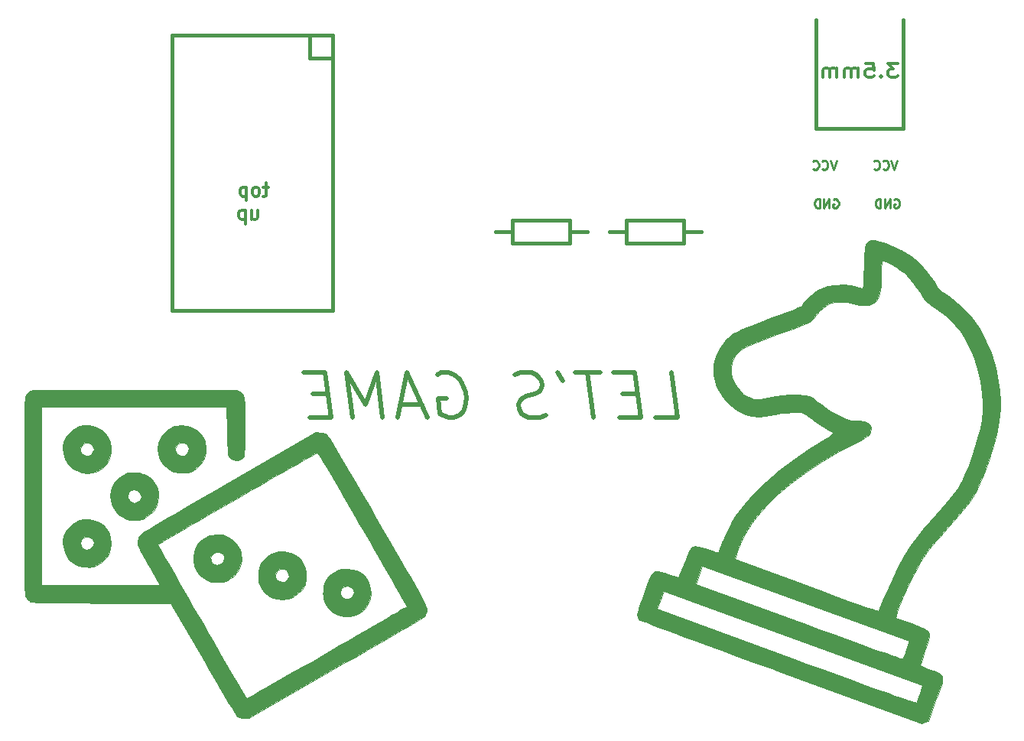
<source format=gbr>
G04 #@! TF.GenerationSoftware,KiCad,Pcbnew,(5.1.4)-1*
G04 #@! TF.CreationDate,2020-12-29T20:37:27-06:00*
G04 #@! TF.ProjectId,lets_split,6c657473-5f73-4706-9c69-742e6b696361,rev?*
G04 #@! TF.SameCoordinates,Original*
G04 #@! TF.FileFunction,Legend,Bot*
G04 #@! TF.FilePolarity,Positive*
%FSLAX46Y46*%
G04 Gerber Fmt 4.6, Leading zero omitted, Abs format (unit mm)*
G04 Created by KiCad (PCBNEW (5.1.4)-1) date 2020-12-29 20:37:27*
%MOMM*%
%LPD*%
G04 APERTURE LIST*
%ADD10C,0.500000*%
%ADD11C,0.300000*%
%ADD12C,0.250000*%
%ADD13C,0.010000*%
%ADD14C,0.381000*%
%ADD15C,0.304800*%
%ADD16C,0.457200*%
G04 APERTURE END LIST*
D10*
X109086755Y-76937904D02*
X111467708Y-76937904D01*
X110842708Y-71937904D01*
X107092708Y-74318857D02*
X105426041Y-74318857D01*
X105039136Y-76937904D02*
X107420089Y-76937904D01*
X106795089Y-71937904D01*
X104414136Y-71937904D01*
X102985565Y-71937904D02*
X100128422Y-71937904D01*
X102181994Y-76937904D02*
X101556994Y-71937904D01*
X98223660Y-71937904D02*
X98818898Y-72890285D01*
X96914136Y-76699809D02*
X96229613Y-76937904D01*
X95039136Y-76937904D01*
X94533184Y-76699809D01*
X94265327Y-76461714D01*
X93967708Y-75985523D01*
X93908184Y-75509333D01*
X94086755Y-75033142D01*
X94295089Y-74795047D01*
X94741517Y-74556952D01*
X95664136Y-74318857D01*
X96110565Y-74080761D01*
X96318898Y-73842666D01*
X96497470Y-73366476D01*
X96437946Y-72890285D01*
X96140327Y-72414095D01*
X95872470Y-72176000D01*
X95366517Y-71937904D01*
X94176041Y-71937904D01*
X93491517Y-72176000D01*
X84920089Y-72176000D02*
X85366517Y-71937904D01*
X86080803Y-71937904D01*
X86824851Y-72176000D01*
X87360565Y-72652190D01*
X87658184Y-73128380D01*
X88015327Y-74080761D01*
X88104613Y-74795047D01*
X87985565Y-75747428D01*
X87806994Y-76223619D01*
X87390327Y-76699809D01*
X86705803Y-76937904D01*
X86229613Y-76937904D01*
X85485565Y-76699809D01*
X85217708Y-76461714D01*
X85009375Y-74795047D01*
X85961755Y-74795047D01*
X83193898Y-75509333D02*
X80812946Y-75509333D01*
X83848660Y-76937904D02*
X81556994Y-71937904D01*
X80515327Y-76937904D01*
X78848660Y-76937904D02*
X78223660Y-71937904D01*
X77003422Y-75509333D01*
X74890327Y-71937904D01*
X75515327Y-76937904D01*
X72806994Y-74318857D02*
X71140327Y-74318857D01*
X70753422Y-76937904D02*
X73134375Y-76937904D01*
X72509375Y-71937904D01*
X70128422Y-71937904D01*
D11*
X66214285Y-51403571D02*
X65642857Y-51403571D01*
X66000000Y-50903571D02*
X66000000Y-52189285D01*
X65928571Y-52332142D01*
X65785714Y-52403571D01*
X65642857Y-52403571D01*
X64928571Y-52403571D02*
X65071428Y-52332142D01*
X65142857Y-52260714D01*
X65214285Y-52117857D01*
X65214285Y-51689285D01*
X65142857Y-51546428D01*
X65071428Y-51475000D01*
X64928571Y-51403571D01*
X64714285Y-51403571D01*
X64571428Y-51475000D01*
X64500000Y-51546428D01*
X64428571Y-51689285D01*
X64428571Y-52117857D01*
X64500000Y-52260714D01*
X64571428Y-52332142D01*
X64714285Y-52403571D01*
X64928571Y-52403571D01*
X63785714Y-51403571D02*
X63785714Y-52903571D01*
X63785714Y-51475000D02*
X63642857Y-51403571D01*
X63357142Y-51403571D01*
X63214285Y-51475000D01*
X63142857Y-51546428D01*
X63071428Y-51689285D01*
X63071428Y-52117857D01*
X63142857Y-52260714D01*
X63214285Y-52332142D01*
X63357142Y-52403571D01*
X63642857Y-52403571D01*
X63785714Y-52332142D01*
X64357142Y-53953571D02*
X64357142Y-54953571D01*
X65000000Y-53953571D02*
X65000000Y-54739285D01*
X64928571Y-54882142D01*
X64785714Y-54953571D01*
X64571428Y-54953571D01*
X64428571Y-54882142D01*
X64357142Y-54810714D01*
X63642857Y-53953571D02*
X63642857Y-55453571D01*
X63642857Y-54025000D02*
X63500000Y-53953571D01*
X63214285Y-53953571D01*
X63071428Y-54025000D01*
X63000000Y-54096428D01*
X62928571Y-54239285D01*
X62928571Y-54667857D01*
X63000000Y-54810714D01*
X63071428Y-54882142D01*
X63214285Y-54953571D01*
X63500000Y-54953571D01*
X63642857Y-54882142D01*
D12*
X128761904Y-52750000D02*
X128857142Y-52702380D01*
X129000000Y-52702380D01*
X129142857Y-52750000D01*
X129238095Y-52845238D01*
X129285714Y-52940476D01*
X129333333Y-53130952D01*
X129333333Y-53273809D01*
X129285714Y-53464285D01*
X129238095Y-53559523D01*
X129142857Y-53654761D01*
X129000000Y-53702380D01*
X128904761Y-53702380D01*
X128761904Y-53654761D01*
X128714285Y-53607142D01*
X128714285Y-53273809D01*
X128904761Y-53273809D01*
X128285714Y-53702380D02*
X128285714Y-52702380D01*
X127714285Y-53702380D01*
X127714285Y-52702380D01*
X127238095Y-53702380D02*
X127238095Y-52702380D01*
X127000000Y-52702380D01*
X126857142Y-52750000D01*
X126761904Y-52845238D01*
X126714285Y-52940476D01*
X126666666Y-53130952D01*
X126666666Y-53273809D01*
X126714285Y-53464285D01*
X126761904Y-53559523D01*
X126857142Y-53654761D01*
X127000000Y-53702380D01*
X127238095Y-53702380D01*
X129083333Y-48452380D02*
X128750000Y-49452380D01*
X128416666Y-48452380D01*
X127511904Y-49357142D02*
X127559523Y-49404761D01*
X127702380Y-49452380D01*
X127797619Y-49452380D01*
X127940476Y-49404761D01*
X128035714Y-49309523D01*
X128083333Y-49214285D01*
X128130952Y-49023809D01*
X128130952Y-48880952D01*
X128083333Y-48690476D01*
X128035714Y-48595238D01*
X127940476Y-48500000D01*
X127797619Y-48452380D01*
X127702380Y-48452380D01*
X127559523Y-48500000D01*
X127511904Y-48547619D01*
X126511904Y-49357142D02*
X126559523Y-49404761D01*
X126702380Y-49452380D01*
X126797619Y-49452380D01*
X126940476Y-49404761D01*
X127035714Y-49309523D01*
X127083333Y-49214285D01*
X127130952Y-49023809D01*
X127130952Y-48880952D01*
X127083333Y-48690476D01*
X127035714Y-48595238D01*
X126940476Y-48500000D01*
X126797619Y-48452380D01*
X126702380Y-48452380D01*
X126559523Y-48500000D01*
X126511904Y-48547619D01*
X135833333Y-48452380D02*
X135500000Y-49452380D01*
X135166666Y-48452380D01*
X134261904Y-49357142D02*
X134309523Y-49404761D01*
X134452380Y-49452380D01*
X134547619Y-49452380D01*
X134690476Y-49404761D01*
X134785714Y-49309523D01*
X134833333Y-49214285D01*
X134880952Y-49023809D01*
X134880952Y-48880952D01*
X134833333Y-48690476D01*
X134785714Y-48595238D01*
X134690476Y-48500000D01*
X134547619Y-48452380D01*
X134452380Y-48452380D01*
X134309523Y-48500000D01*
X134261904Y-48547619D01*
X133261904Y-49357142D02*
X133309523Y-49404761D01*
X133452380Y-49452380D01*
X133547619Y-49452380D01*
X133690476Y-49404761D01*
X133785714Y-49309523D01*
X133833333Y-49214285D01*
X133880952Y-49023809D01*
X133880952Y-48880952D01*
X133833333Y-48690476D01*
X133785714Y-48595238D01*
X133690476Y-48500000D01*
X133547619Y-48452380D01*
X133452380Y-48452380D01*
X133309523Y-48500000D01*
X133261904Y-48547619D01*
X135511904Y-52750000D02*
X135607142Y-52702380D01*
X135750000Y-52702380D01*
X135892857Y-52750000D01*
X135988095Y-52845238D01*
X136035714Y-52940476D01*
X136083333Y-53130952D01*
X136083333Y-53273809D01*
X136035714Y-53464285D01*
X135988095Y-53559523D01*
X135892857Y-53654761D01*
X135750000Y-53702380D01*
X135654761Y-53702380D01*
X135511904Y-53654761D01*
X135464285Y-53607142D01*
X135464285Y-53273809D01*
X135654761Y-53273809D01*
X135035714Y-53702380D02*
X135035714Y-52702380D01*
X134464285Y-53702380D01*
X134464285Y-52702380D01*
X133988095Y-53702380D02*
X133988095Y-52702380D01*
X133750000Y-52702380D01*
X133607142Y-52750000D01*
X133511904Y-52845238D01*
X133464285Y-52940476D01*
X133416666Y-53130952D01*
X133416666Y-53273809D01*
X133464285Y-53464285D01*
X133511904Y-53559523D01*
X133607142Y-53654761D01*
X133750000Y-53702380D01*
X133988095Y-53702380D01*
D13*
G36*
X133847653Y-57413131D02*
G01*
X133323494Y-57303909D01*
X132921449Y-57299710D01*
X132624666Y-57399833D01*
X132416295Y-57603575D01*
X132308022Y-57823621D01*
X132270669Y-58019700D01*
X132233264Y-58383619D01*
X132198182Y-58880029D01*
X132167800Y-59473587D01*
X132144495Y-60128943D01*
X132139177Y-60334941D01*
X132120982Y-60981319D01*
X132099024Y-61557202D01*
X132074933Y-62032284D01*
X132050335Y-62376258D01*
X132026860Y-62558817D01*
X132018618Y-62579524D01*
X131888598Y-62582938D01*
X131646254Y-62524170D01*
X131548738Y-62491469D01*
X130751507Y-62288617D01*
X129861795Y-62202276D01*
X128948831Y-62231178D01*
X128081843Y-62374054D01*
X127476550Y-62566029D01*
X127114942Y-62751669D01*
X126703157Y-63022893D01*
X126285208Y-63343314D01*
X125905100Y-63676544D01*
X125606844Y-63986195D01*
X125434450Y-64235881D01*
X125422828Y-64264077D01*
X125299477Y-64496012D01*
X125241667Y-64572542D01*
X125121207Y-64637979D01*
X124831984Y-64762770D01*
X124396653Y-64938095D01*
X123837874Y-65155136D01*
X123178305Y-65405072D01*
X122440603Y-65679086D01*
X121763767Y-65926254D01*
X120726434Y-66305886D01*
X119861228Y-66632567D01*
X119147238Y-66916792D01*
X118563552Y-67169060D01*
X118089257Y-67399869D01*
X117703442Y-67619717D01*
X117385195Y-67839103D01*
X117113605Y-68068523D01*
X116867758Y-68318475D01*
X116763357Y-68436499D01*
X116150321Y-69284166D01*
X115735490Y-70175544D01*
X115518207Y-71112567D01*
X115497819Y-72097172D01*
X115502986Y-72159423D01*
X115620621Y-72872149D01*
X115854960Y-73538090D01*
X116229471Y-74214605D01*
X116509993Y-74620568D01*
X117204290Y-75418270D01*
X117992017Y-76050257D01*
X118855369Y-76502667D01*
X118995487Y-76556068D01*
X119731136Y-76761751D01*
X120455868Y-76827456D01*
X121235600Y-76756003D01*
X121664125Y-76670312D01*
X122254510Y-76551747D01*
X122907519Y-76447864D01*
X123568000Y-76364925D01*
X124180790Y-76309192D01*
X124690736Y-76286926D01*
X124966604Y-76295424D01*
X125181119Y-76322006D01*
X125368288Y-76374363D01*
X125569455Y-76475257D01*
X125825958Y-76647446D01*
X126179141Y-76913689D01*
X126396490Y-77082625D01*
X126853972Y-77425365D01*
X127335455Y-77762490D01*
X127774526Y-78048595D01*
X128027874Y-78197927D01*
X128358498Y-78385864D01*
X128613002Y-78543869D01*
X128743507Y-78641943D01*
X128749767Y-78650225D01*
X128686002Y-78730776D01*
X128478267Y-78886430D01*
X128160269Y-79093703D01*
X127821221Y-79297124D01*
X126031782Y-80394896D01*
X124344993Y-81551889D01*
X122775923Y-82754716D01*
X121339638Y-83989991D01*
X120051202Y-85244332D01*
X118925682Y-86504353D01*
X117978145Y-87756667D01*
X117544283Y-88427472D01*
X117330892Y-88811076D01*
X117074351Y-89321069D01*
X116805109Y-89894433D01*
X116553617Y-90468155D01*
X116524237Y-90538464D01*
X115958702Y-91900372D01*
X114804213Y-91507601D01*
X114198934Y-91313176D01*
X113748438Y-91199005D01*
X113422350Y-91161645D01*
X113190289Y-91197655D01*
X113021877Y-91303595D01*
X113019929Y-91305459D01*
X112940085Y-91438453D01*
X112802075Y-91726808D01*
X112621101Y-92136392D01*
X112412364Y-92633075D01*
X112248862Y-93036871D01*
X111609076Y-94642057D01*
X110502301Y-94266724D01*
X110037459Y-94118688D01*
X109622564Y-94004031D01*
X109306973Y-93935336D01*
X109152842Y-93922590D01*
X108994494Y-93958759D01*
X108853374Y-94038035D01*
X108717297Y-94182529D01*
X108574084Y-94414354D01*
X108411551Y-94755620D01*
X108217516Y-95228441D01*
X107979798Y-95854926D01*
X107763608Y-96444169D01*
X107496956Y-97184156D01*
X107297790Y-97760812D01*
X107160554Y-98200423D01*
X107079697Y-98529277D01*
X107049660Y-98773660D01*
X107064892Y-98959859D01*
X107119835Y-99114164D01*
X107177959Y-99215719D01*
X107232665Y-99253497D01*
X107370524Y-99320001D01*
X107598527Y-99417837D01*
X107923667Y-99549610D01*
X108352934Y-99717923D01*
X108893320Y-99925382D01*
X109551817Y-100174591D01*
X110335416Y-100468156D01*
X111251108Y-100808681D01*
X112305886Y-101198771D01*
X113506740Y-101641029D01*
X114860661Y-102138062D01*
X116374643Y-102692474D01*
X118055675Y-103306869D01*
X119910751Y-103983854D01*
X121946860Y-104726031D01*
X122914347Y-105078446D01*
X138541583Y-110769734D01*
X138893323Y-110636816D01*
X139245060Y-110503899D01*
X139974496Y-108499791D01*
X138195356Y-107852237D01*
X138067564Y-108191497D01*
X137971853Y-108411620D01*
X137941447Y-108462225D01*
X137901589Y-108467518D01*
X137803982Y-108449842D01*
X137640382Y-108406265D01*
X137402542Y-108333848D01*
X137082219Y-108229660D01*
X136671166Y-108090765D01*
X136161139Y-107914231D01*
X135543892Y-107697120D01*
X134811183Y-107436501D01*
X133954764Y-107129438D01*
X132966391Y-106772998D01*
X131837818Y-106364245D01*
X130560801Y-105900246D01*
X129127096Y-105378066D01*
X127528456Y-104794770D01*
X125756636Y-104147425D01*
X123803392Y-103433096D01*
X123555503Y-103342401D01*
X109264379Y-98113475D01*
X109994113Y-96108547D01*
X138635944Y-106533321D01*
X138336105Y-107443221D01*
X138195356Y-107852237D01*
X139974496Y-108499791D01*
X140079251Y-108211978D01*
X140340547Y-107492846D01*
X140539117Y-106938926D01*
X140681779Y-106524502D01*
X140775348Y-106223855D01*
X140826641Y-106011267D01*
X140842471Y-105861023D01*
X140829658Y-105747402D01*
X140795014Y-105644689D01*
X140773286Y-105593233D01*
X140703576Y-105451099D01*
X140611153Y-105338003D01*
X140460333Y-105232459D01*
X140215429Y-105112989D01*
X139840755Y-104958110D01*
X139487291Y-104819127D01*
X138341452Y-104371846D01*
X138575409Y-103665759D01*
X136721136Y-102990859D01*
X136593328Y-103330139D01*
X136497595Y-103550285D01*
X136467177Y-103600901D01*
X136425462Y-103607752D01*
X136324912Y-103590756D01*
X136156304Y-103546650D01*
X135910416Y-103472170D01*
X135578025Y-103364054D01*
X135149909Y-103219035D01*
X134616845Y-103033852D01*
X133969611Y-102805240D01*
X133198986Y-102529937D01*
X132295746Y-102204678D01*
X131250669Y-101826200D01*
X130054532Y-101391238D01*
X128698114Y-100896532D01*
X127172192Y-100338813D01*
X125467544Y-99714822D01*
X124945416Y-99523555D01*
X113518532Y-95337041D01*
X114248266Y-93332113D01*
X137161731Y-101671932D01*
X136861892Y-102581833D01*
X136721136Y-102990859D01*
X138575409Y-103665759D01*
X138890445Y-102714970D01*
X139117628Y-102033970D01*
X139278924Y-101510108D01*
X139359061Y-101112969D01*
X139342768Y-100812142D01*
X139214774Y-100577213D01*
X138959809Y-100377768D01*
X138562601Y-100183393D01*
X138007878Y-99963677D01*
X137392059Y-99730831D01*
X135626093Y-99058717D01*
X135839305Y-98379477D01*
X135999002Y-97928001D01*
X136233139Y-97341329D01*
X136521738Y-96664194D01*
X136844820Y-95941330D01*
X137182408Y-95217471D01*
X137514522Y-94537352D01*
X137810965Y-93964677D01*
X138539739Y-92703691D01*
X139304768Y-91577627D01*
X140153770Y-90518536D01*
X140520375Y-90106308D01*
X141333594Y-89212155D01*
X142022720Y-88443789D01*
X142603378Y-87779452D01*
X143091191Y-87197386D01*
X143501785Y-86675830D01*
X143850782Y-86193029D01*
X144153806Y-85727221D01*
X144426480Y-85256650D01*
X144684428Y-84759556D01*
X144943275Y-84214181D01*
X145218644Y-83598767D01*
X145258655Y-83507492D01*
X145822224Y-82099778D01*
X144020843Y-81444129D01*
X143730620Y-82225000D01*
X143448336Y-82928386D01*
X143196626Y-83495650D01*
X143191857Y-83505627D01*
X142982083Y-83932456D01*
X142775176Y-84323029D01*
X142556243Y-84696613D01*
X142310388Y-85072476D01*
X142022718Y-85469884D01*
X141678338Y-85908104D01*
X141262354Y-86406403D01*
X140759872Y-86984047D01*
X140155997Y-87660305D01*
X139435835Y-88454443D01*
X138981540Y-88951990D01*
X138151237Y-89936042D01*
X137358590Y-91035636D01*
X136592364Y-92269671D01*
X135841321Y-93657043D01*
X135094230Y-95216649D01*
X134633852Y-96264861D01*
X134383006Y-96849701D01*
X134155427Y-97373199D01*
X133964301Y-97805587D01*
X133822819Y-98117098D01*
X133744168Y-98277964D01*
X133736401Y-98290460D01*
X133686482Y-98297338D01*
X133561248Y-98273425D01*
X133350315Y-98215082D01*
X133043296Y-98118669D01*
X132629807Y-97980548D01*
X132099461Y-97797078D01*
X131441873Y-97564622D01*
X130646659Y-97279539D01*
X129703432Y-96938191D01*
X128601808Y-96536938D01*
X127331399Y-96072141D01*
X125881823Y-95540163D01*
X125762426Y-95496291D01*
X117868157Y-92595357D01*
X118235902Y-91500683D01*
X118630997Y-90478018D01*
X119113055Y-89530631D01*
X119716777Y-88596149D01*
X120229707Y-87917105D01*
X121322569Y-86666318D01*
X122605481Y-85419749D01*
X124065373Y-84187138D01*
X125689171Y-82978223D01*
X127463800Y-81802741D01*
X129376186Y-80670431D01*
X131395326Y-79600020D01*
X131919930Y-79334047D01*
X132292121Y-79134392D01*
X132542527Y-78979138D01*
X132701778Y-78846364D01*
X132800500Y-78714153D01*
X132869324Y-78560584D01*
X132877046Y-78539630D01*
X132954377Y-78108581D01*
X132851444Y-77759073D01*
X132577783Y-77500075D01*
X132142929Y-77340556D01*
X131556416Y-77289484D01*
X131548043Y-77289571D01*
X130759148Y-77221716D01*
X129947343Y-76995429D01*
X129097132Y-76603735D01*
X128193020Y-76039662D01*
X127342664Y-75396892D01*
X126951178Y-75094518D01*
X126577482Y-74831690D01*
X126272368Y-74642848D01*
X126128574Y-74573756D01*
X125561624Y-74440171D01*
X124831578Y-74382723D01*
X123963409Y-74400593D01*
X122982083Y-74492960D01*
X121912573Y-74659003D01*
X121577076Y-74723296D01*
X121043216Y-74828006D01*
X120659735Y-74892396D01*
X120377928Y-74916810D01*
X120149085Y-74901592D01*
X119924499Y-74847087D01*
X119655458Y-74753638D01*
X119610701Y-74737183D01*
X119166548Y-74549445D01*
X118830753Y-74337036D01*
X118512022Y-74042548D01*
X118096115Y-73539655D01*
X117748815Y-72985224D01*
X117503166Y-72439293D01*
X117397866Y-72018094D01*
X117406558Y-71426194D01*
X117551576Y-70796186D01*
X117810363Y-70216637D01*
X117888168Y-70093007D01*
X118058052Y-69859237D01*
X118243720Y-69650596D01*
X118465195Y-69456803D01*
X118742500Y-69267573D01*
X119095656Y-69072627D01*
X119544687Y-68861680D01*
X120109615Y-68624453D01*
X120810463Y-68350660D01*
X121667253Y-68030022D01*
X122497895Y-67725780D01*
X123297427Y-67432075D01*
X124046106Y-67152154D01*
X124719952Y-66895355D01*
X125294980Y-66671017D01*
X125747205Y-66488479D01*
X126052645Y-66357080D01*
X126179405Y-66292258D01*
X126397425Y-66100300D01*
X126659194Y-65812102D01*
X126838045Y-65584011D01*
X127253184Y-65062418D01*
X127639830Y-64691879D01*
X128042353Y-64433759D01*
X128280446Y-64328098D01*
X128872105Y-64156048D01*
X129502102Y-64097258D01*
X130215076Y-64151337D01*
X130998800Y-64304255D01*
X131682476Y-64446443D01*
X132217425Y-64503198D01*
X132641875Y-64468702D01*
X132994053Y-64337129D01*
X133312187Y-64102662D01*
X133488939Y-63925095D01*
X133667375Y-63705812D01*
X133800859Y-63466366D01*
X133896195Y-63173255D01*
X133960191Y-62792977D01*
X133999653Y-62292032D01*
X134021389Y-61636916D01*
X134027298Y-61275346D01*
X134039518Y-60709189D01*
X134059360Y-60215580D01*
X134084676Y-59829690D01*
X134113315Y-59586688D01*
X134134629Y-59520071D01*
X134286757Y-59517327D01*
X134565814Y-59617104D01*
X134936915Y-59799017D01*
X135365176Y-60042678D01*
X135815710Y-60327703D01*
X136253633Y-60633704D01*
X136644059Y-60940296D01*
X136799978Y-61077645D01*
X137190758Y-61483465D01*
X137621846Y-62004356D01*
X138041994Y-62573983D01*
X138399956Y-63126013D01*
X138453641Y-63218062D01*
X138695118Y-63597222D01*
X138973084Y-63933744D01*
X139324537Y-64262720D01*
X139786473Y-64619241D01*
X140318225Y-64986629D01*
X141198054Y-65656149D01*
X142026620Y-66440595D01*
X142745905Y-67281731D01*
X143083473Y-67762222D01*
X143702420Y-68865005D01*
X144241756Y-70112315D01*
X144685555Y-71455719D01*
X145017895Y-72846784D01*
X145222849Y-74237074D01*
X145227297Y-74282802D01*
X145287995Y-75251551D01*
X145275308Y-76187819D01*
X145183385Y-77131595D01*
X145006374Y-78122867D01*
X144738424Y-79201623D01*
X144373684Y-80407848D01*
X144296370Y-80644408D01*
X144020843Y-81444129D01*
X145822224Y-82099778D01*
X145896745Y-81913637D01*
X146418855Y-80322814D01*
X146816613Y-78768035D01*
X147081650Y-77282310D01*
X147205594Y-75898654D01*
X147208416Y-75817880D01*
X147198260Y-74953018D01*
X147124081Y-73970610D01*
X146994316Y-72942949D01*
X146817403Y-71942329D01*
X146690080Y-71376687D01*
X146201566Y-69729945D01*
X145585410Y-68237220D01*
X144835638Y-66889776D01*
X143946272Y-65678881D01*
X142911339Y-64595801D01*
X141724863Y-63631803D01*
X141103465Y-63211176D01*
X140760342Y-62971831D01*
X140494445Y-62724578D01*
X140247971Y-62407416D01*
X140014788Y-62043472D01*
X139236822Y-60905435D01*
X138393650Y-59944585D01*
X137460046Y-59138882D01*
X136410793Y-58466284D01*
X135329713Y-57949451D01*
X134510775Y-57628078D01*
X133847653Y-57413131D01*
X133847653Y-57413131D01*
G37*
X133847653Y-57413131D02*
X133323494Y-57303909D01*
X132921449Y-57299710D01*
X132624666Y-57399833D01*
X132416295Y-57603575D01*
X132308022Y-57823621D01*
X132270669Y-58019700D01*
X132233264Y-58383619D01*
X132198182Y-58880029D01*
X132167800Y-59473587D01*
X132144495Y-60128943D01*
X132139177Y-60334941D01*
X132120982Y-60981319D01*
X132099024Y-61557202D01*
X132074933Y-62032284D01*
X132050335Y-62376258D01*
X132026860Y-62558817D01*
X132018618Y-62579524D01*
X131888598Y-62582938D01*
X131646254Y-62524170D01*
X131548738Y-62491469D01*
X130751507Y-62288617D01*
X129861795Y-62202276D01*
X128948831Y-62231178D01*
X128081843Y-62374054D01*
X127476550Y-62566029D01*
X127114942Y-62751669D01*
X126703157Y-63022893D01*
X126285208Y-63343314D01*
X125905100Y-63676544D01*
X125606844Y-63986195D01*
X125434450Y-64235881D01*
X125422828Y-64264077D01*
X125299477Y-64496012D01*
X125241667Y-64572542D01*
X125121207Y-64637979D01*
X124831984Y-64762770D01*
X124396653Y-64938095D01*
X123837874Y-65155136D01*
X123178305Y-65405072D01*
X122440603Y-65679086D01*
X121763767Y-65926254D01*
X120726434Y-66305886D01*
X119861228Y-66632567D01*
X119147238Y-66916792D01*
X118563552Y-67169060D01*
X118089257Y-67399869D01*
X117703442Y-67619717D01*
X117385195Y-67839103D01*
X117113605Y-68068523D01*
X116867758Y-68318475D01*
X116763357Y-68436499D01*
X116150321Y-69284166D01*
X115735490Y-70175544D01*
X115518207Y-71112567D01*
X115497819Y-72097172D01*
X115502986Y-72159423D01*
X115620621Y-72872149D01*
X115854960Y-73538090D01*
X116229471Y-74214605D01*
X116509993Y-74620568D01*
X117204290Y-75418270D01*
X117992017Y-76050257D01*
X118855369Y-76502667D01*
X118995487Y-76556068D01*
X119731136Y-76761751D01*
X120455868Y-76827456D01*
X121235600Y-76756003D01*
X121664125Y-76670312D01*
X122254510Y-76551747D01*
X122907519Y-76447864D01*
X123568000Y-76364925D01*
X124180790Y-76309192D01*
X124690736Y-76286926D01*
X124966604Y-76295424D01*
X125181119Y-76322006D01*
X125368288Y-76374363D01*
X125569455Y-76475257D01*
X125825958Y-76647446D01*
X126179141Y-76913689D01*
X126396490Y-77082625D01*
X126853972Y-77425365D01*
X127335455Y-77762490D01*
X127774526Y-78048595D01*
X128027874Y-78197927D01*
X128358498Y-78385864D01*
X128613002Y-78543869D01*
X128743507Y-78641943D01*
X128749767Y-78650225D01*
X128686002Y-78730776D01*
X128478267Y-78886430D01*
X128160269Y-79093703D01*
X127821221Y-79297124D01*
X126031782Y-80394896D01*
X124344993Y-81551889D01*
X122775923Y-82754716D01*
X121339638Y-83989991D01*
X120051202Y-85244332D01*
X118925682Y-86504353D01*
X117978145Y-87756667D01*
X117544283Y-88427472D01*
X117330892Y-88811076D01*
X117074351Y-89321069D01*
X116805109Y-89894433D01*
X116553617Y-90468155D01*
X116524237Y-90538464D01*
X115958702Y-91900372D01*
X114804213Y-91507601D01*
X114198934Y-91313176D01*
X113748438Y-91199005D01*
X113422350Y-91161645D01*
X113190289Y-91197655D01*
X113021877Y-91303595D01*
X113019929Y-91305459D01*
X112940085Y-91438453D01*
X112802075Y-91726808D01*
X112621101Y-92136392D01*
X112412364Y-92633075D01*
X112248862Y-93036871D01*
X111609076Y-94642057D01*
X110502301Y-94266724D01*
X110037459Y-94118688D01*
X109622564Y-94004031D01*
X109306973Y-93935336D01*
X109152842Y-93922590D01*
X108994494Y-93958759D01*
X108853374Y-94038035D01*
X108717297Y-94182529D01*
X108574084Y-94414354D01*
X108411551Y-94755620D01*
X108217516Y-95228441D01*
X107979798Y-95854926D01*
X107763608Y-96444169D01*
X107496956Y-97184156D01*
X107297790Y-97760812D01*
X107160554Y-98200423D01*
X107079697Y-98529277D01*
X107049660Y-98773660D01*
X107064892Y-98959859D01*
X107119835Y-99114164D01*
X107177959Y-99215719D01*
X107232665Y-99253497D01*
X107370524Y-99320001D01*
X107598527Y-99417837D01*
X107923667Y-99549610D01*
X108352934Y-99717923D01*
X108893320Y-99925382D01*
X109551817Y-100174591D01*
X110335416Y-100468156D01*
X111251108Y-100808681D01*
X112305886Y-101198771D01*
X113506740Y-101641029D01*
X114860661Y-102138062D01*
X116374643Y-102692474D01*
X118055675Y-103306869D01*
X119910751Y-103983854D01*
X121946860Y-104726031D01*
X122914347Y-105078446D01*
X138541583Y-110769734D01*
X138893323Y-110636816D01*
X139245060Y-110503899D01*
X139974496Y-108499791D01*
X138195356Y-107852237D01*
X138067564Y-108191497D01*
X137971853Y-108411620D01*
X137941447Y-108462225D01*
X137901589Y-108467518D01*
X137803982Y-108449842D01*
X137640382Y-108406265D01*
X137402542Y-108333848D01*
X137082219Y-108229660D01*
X136671166Y-108090765D01*
X136161139Y-107914231D01*
X135543892Y-107697120D01*
X134811183Y-107436501D01*
X133954764Y-107129438D01*
X132966391Y-106772998D01*
X131837818Y-106364245D01*
X130560801Y-105900246D01*
X129127096Y-105378066D01*
X127528456Y-104794770D01*
X125756636Y-104147425D01*
X123803392Y-103433096D01*
X123555503Y-103342401D01*
X109264379Y-98113475D01*
X109994113Y-96108547D01*
X138635944Y-106533321D01*
X138336105Y-107443221D01*
X138195356Y-107852237D01*
X139974496Y-108499791D01*
X140079251Y-108211978D01*
X140340547Y-107492846D01*
X140539117Y-106938926D01*
X140681779Y-106524502D01*
X140775348Y-106223855D01*
X140826641Y-106011267D01*
X140842471Y-105861023D01*
X140829658Y-105747402D01*
X140795014Y-105644689D01*
X140773286Y-105593233D01*
X140703576Y-105451099D01*
X140611153Y-105338003D01*
X140460333Y-105232459D01*
X140215429Y-105112989D01*
X139840755Y-104958110D01*
X139487291Y-104819127D01*
X138341452Y-104371846D01*
X138575409Y-103665759D01*
X136721136Y-102990859D01*
X136593328Y-103330139D01*
X136497595Y-103550285D01*
X136467177Y-103600901D01*
X136425462Y-103607752D01*
X136324912Y-103590756D01*
X136156304Y-103546650D01*
X135910416Y-103472170D01*
X135578025Y-103364054D01*
X135149909Y-103219035D01*
X134616845Y-103033852D01*
X133969611Y-102805240D01*
X133198986Y-102529937D01*
X132295746Y-102204678D01*
X131250669Y-101826200D01*
X130054532Y-101391238D01*
X128698114Y-100896532D01*
X127172192Y-100338813D01*
X125467544Y-99714822D01*
X124945416Y-99523555D01*
X113518532Y-95337041D01*
X114248266Y-93332113D01*
X137161731Y-101671932D01*
X136861892Y-102581833D01*
X136721136Y-102990859D01*
X138575409Y-103665759D01*
X138890445Y-102714970D01*
X139117628Y-102033970D01*
X139278924Y-101510108D01*
X139359061Y-101112969D01*
X139342768Y-100812142D01*
X139214774Y-100577213D01*
X138959809Y-100377768D01*
X138562601Y-100183393D01*
X138007878Y-99963677D01*
X137392059Y-99730831D01*
X135626093Y-99058717D01*
X135839305Y-98379477D01*
X135999002Y-97928001D01*
X136233139Y-97341329D01*
X136521738Y-96664194D01*
X136844820Y-95941330D01*
X137182408Y-95217471D01*
X137514522Y-94537352D01*
X137810965Y-93964677D01*
X138539739Y-92703691D01*
X139304768Y-91577627D01*
X140153770Y-90518536D01*
X140520375Y-90106308D01*
X141333594Y-89212155D01*
X142022720Y-88443789D01*
X142603378Y-87779452D01*
X143091191Y-87197386D01*
X143501785Y-86675830D01*
X143850782Y-86193029D01*
X144153806Y-85727221D01*
X144426480Y-85256650D01*
X144684428Y-84759556D01*
X144943275Y-84214181D01*
X145218644Y-83598767D01*
X145258655Y-83507492D01*
X145822224Y-82099778D01*
X144020843Y-81444129D01*
X143730620Y-82225000D01*
X143448336Y-82928386D01*
X143196626Y-83495650D01*
X143191857Y-83505627D01*
X142982083Y-83932456D01*
X142775176Y-84323029D01*
X142556243Y-84696613D01*
X142310388Y-85072476D01*
X142022718Y-85469884D01*
X141678338Y-85908104D01*
X141262354Y-86406403D01*
X140759872Y-86984047D01*
X140155997Y-87660305D01*
X139435835Y-88454443D01*
X138981540Y-88951990D01*
X138151237Y-89936042D01*
X137358590Y-91035636D01*
X136592364Y-92269671D01*
X135841321Y-93657043D01*
X135094230Y-95216649D01*
X134633852Y-96264861D01*
X134383006Y-96849701D01*
X134155427Y-97373199D01*
X133964301Y-97805587D01*
X133822819Y-98117098D01*
X133744168Y-98277964D01*
X133736401Y-98290460D01*
X133686482Y-98297338D01*
X133561248Y-98273425D01*
X133350315Y-98215082D01*
X133043296Y-98118669D01*
X132629807Y-97980548D01*
X132099461Y-97797078D01*
X131441873Y-97564622D01*
X130646659Y-97279539D01*
X129703432Y-96938191D01*
X128601808Y-96536938D01*
X127331399Y-96072141D01*
X125881823Y-95540163D01*
X125762426Y-95496291D01*
X117868157Y-92595357D01*
X118235902Y-91500683D01*
X118630997Y-90478018D01*
X119113055Y-89530631D01*
X119716777Y-88596149D01*
X120229707Y-87917105D01*
X121322569Y-86666318D01*
X122605481Y-85419749D01*
X124065373Y-84187138D01*
X125689171Y-82978223D01*
X127463800Y-81802741D01*
X129376186Y-80670431D01*
X131395326Y-79600020D01*
X131919930Y-79334047D01*
X132292121Y-79134392D01*
X132542527Y-78979138D01*
X132701778Y-78846364D01*
X132800500Y-78714153D01*
X132869324Y-78560584D01*
X132877046Y-78539630D01*
X132954377Y-78108581D01*
X132851444Y-77759073D01*
X132577783Y-77500075D01*
X132142929Y-77340556D01*
X131556416Y-77289484D01*
X131548043Y-77289571D01*
X130759148Y-77221716D01*
X129947343Y-76995429D01*
X129097132Y-76603735D01*
X128193020Y-76039662D01*
X127342664Y-75396892D01*
X126951178Y-75094518D01*
X126577482Y-74831690D01*
X126272368Y-74642848D01*
X126128574Y-74573756D01*
X125561624Y-74440171D01*
X124831578Y-74382723D01*
X123963409Y-74400593D01*
X122982083Y-74492960D01*
X121912573Y-74659003D01*
X121577076Y-74723296D01*
X121043216Y-74828006D01*
X120659735Y-74892396D01*
X120377928Y-74916810D01*
X120149085Y-74901592D01*
X119924499Y-74847087D01*
X119655458Y-74753638D01*
X119610701Y-74737183D01*
X119166548Y-74549445D01*
X118830753Y-74337036D01*
X118512022Y-74042548D01*
X118096115Y-73539655D01*
X117748815Y-72985224D01*
X117503166Y-72439293D01*
X117397866Y-72018094D01*
X117406558Y-71426194D01*
X117551576Y-70796186D01*
X117810363Y-70216637D01*
X117888168Y-70093007D01*
X118058052Y-69859237D01*
X118243720Y-69650596D01*
X118465195Y-69456803D01*
X118742500Y-69267573D01*
X119095656Y-69072627D01*
X119544687Y-68861680D01*
X120109615Y-68624453D01*
X120810463Y-68350660D01*
X121667253Y-68030022D01*
X122497895Y-67725780D01*
X123297427Y-67432075D01*
X124046106Y-67152154D01*
X124719952Y-66895355D01*
X125294980Y-66671017D01*
X125747205Y-66488479D01*
X126052645Y-66357080D01*
X126179405Y-66292258D01*
X126397425Y-66100300D01*
X126659194Y-65812102D01*
X126838045Y-65584011D01*
X127253184Y-65062418D01*
X127639830Y-64691879D01*
X128042353Y-64433759D01*
X128280446Y-64328098D01*
X128872105Y-64156048D01*
X129502102Y-64097258D01*
X130215076Y-64151337D01*
X130998800Y-64304255D01*
X131682476Y-64446443D01*
X132217425Y-64503198D01*
X132641875Y-64468702D01*
X132994053Y-64337129D01*
X133312187Y-64102662D01*
X133488939Y-63925095D01*
X133667375Y-63705812D01*
X133800859Y-63466366D01*
X133896195Y-63173255D01*
X133960191Y-62792977D01*
X133999653Y-62292032D01*
X134021389Y-61636916D01*
X134027298Y-61275346D01*
X134039518Y-60709189D01*
X134059360Y-60215580D01*
X134084676Y-59829690D01*
X134113315Y-59586688D01*
X134134629Y-59520071D01*
X134286757Y-59517327D01*
X134565814Y-59617104D01*
X134936915Y-59799017D01*
X135365176Y-60042678D01*
X135815710Y-60327703D01*
X136253633Y-60633704D01*
X136644059Y-60940296D01*
X136799978Y-61077645D01*
X137190758Y-61483465D01*
X137621846Y-62004356D01*
X138041994Y-62573983D01*
X138399956Y-63126013D01*
X138453641Y-63218062D01*
X138695118Y-63597222D01*
X138973084Y-63933744D01*
X139324537Y-64262720D01*
X139786473Y-64619241D01*
X140318225Y-64986629D01*
X141198054Y-65656149D01*
X142026620Y-66440595D01*
X142745905Y-67281731D01*
X143083473Y-67762222D01*
X143702420Y-68865005D01*
X144241756Y-70112315D01*
X144685555Y-71455719D01*
X145017895Y-72846784D01*
X145222849Y-74237074D01*
X145227297Y-74282802D01*
X145287995Y-75251551D01*
X145275308Y-76187819D01*
X145183385Y-77131595D01*
X145006374Y-78122867D01*
X144738424Y-79201623D01*
X144373684Y-80407848D01*
X144296370Y-80644408D01*
X144020843Y-81444129D01*
X145822224Y-82099778D01*
X145896745Y-81913637D01*
X146418855Y-80322814D01*
X146816613Y-78768035D01*
X147081650Y-77282310D01*
X147205594Y-75898654D01*
X147208416Y-75817880D01*
X147198260Y-74953018D01*
X147124081Y-73970610D01*
X146994316Y-72942949D01*
X146817403Y-71942329D01*
X146690080Y-71376687D01*
X146201566Y-69729945D01*
X145585410Y-68237220D01*
X144835638Y-66889776D01*
X143946272Y-65678881D01*
X142911339Y-64595801D01*
X141724863Y-63631803D01*
X141103465Y-63211176D01*
X140760342Y-62971831D01*
X140494445Y-62724578D01*
X140247971Y-62407416D01*
X140014788Y-62043472D01*
X139236822Y-60905435D01*
X138393650Y-59944585D01*
X137460046Y-59138882D01*
X136410793Y-58466284D01*
X135329713Y-57949451D01*
X134510775Y-57628078D01*
X133847653Y-57413131D01*
G36*
X75275691Y-98921962D02*
G01*
X75566233Y-98881357D01*
X75830339Y-98795567D01*
X76042647Y-98698434D01*
X76372655Y-98501020D01*
X76698258Y-98250584D01*
X76856716Y-98098894D01*
X77221070Y-97587865D01*
X77450480Y-97012738D01*
X77546368Y-96403484D01*
X77510155Y-95790073D01*
X77343261Y-95202477D01*
X77047108Y-94670668D01*
X76675081Y-94267799D01*
X76165384Y-93937256D01*
X75571732Y-93727043D01*
X74935612Y-93643744D01*
X74298510Y-93693942D01*
X73853230Y-93819977D01*
X73376054Y-94081484D01*
X72935425Y-94467495D01*
X72578439Y-94933512D01*
X72474178Y-95123000D01*
X72367596Y-95370278D01*
X72304083Y-95614920D01*
X72273434Y-95914873D01*
X72267975Y-96184272D01*
X74149064Y-96184272D01*
X74254019Y-95902915D01*
X74324036Y-95811507D01*
X74610837Y-95584227D01*
X74913579Y-95523499D01*
X75221297Y-95630362D01*
X75337596Y-95715418D01*
X75578901Y-96002102D01*
X75654450Y-96304810D01*
X75564474Y-96606067D01*
X75322257Y-96877951D01*
X75041597Y-97019084D01*
X74760454Y-97020623D01*
X74504727Y-96910240D01*
X74300320Y-96715606D01*
X74173132Y-96464393D01*
X74149064Y-96184272D01*
X72267975Y-96184272D01*
X72265461Y-96308334D01*
X72271655Y-96701244D01*
X72298461Y-96981637D01*
X72356554Y-97206038D01*
X72456608Y-97430973D01*
X72489297Y-97493667D01*
X72875678Y-98066102D01*
X73350318Y-98494025D01*
X73913229Y-98777442D01*
X74564423Y-98916359D01*
X74887666Y-98931734D01*
X75275691Y-98921962D01*
X75275691Y-98921962D01*
G37*
X75275691Y-98921962D02*
X75566233Y-98881357D01*
X75830339Y-98795567D01*
X76042647Y-98698434D01*
X76372655Y-98501020D01*
X76698258Y-98250584D01*
X76856716Y-98098894D01*
X77221070Y-97587865D01*
X77450480Y-97012738D01*
X77546368Y-96403484D01*
X77510155Y-95790073D01*
X77343261Y-95202477D01*
X77047108Y-94670668D01*
X76675081Y-94267799D01*
X76165384Y-93937256D01*
X75571732Y-93727043D01*
X74935612Y-93643744D01*
X74298510Y-93693942D01*
X73853230Y-93819977D01*
X73376054Y-94081484D01*
X72935425Y-94467495D01*
X72578439Y-94933512D01*
X72474178Y-95123000D01*
X72367596Y-95370278D01*
X72304083Y-95614920D01*
X72273434Y-95914873D01*
X72267975Y-96184272D01*
X74149064Y-96184272D01*
X74254019Y-95902915D01*
X74324036Y-95811507D01*
X74610837Y-95584227D01*
X74913579Y-95523499D01*
X75221297Y-95630362D01*
X75337596Y-95715418D01*
X75578901Y-96002102D01*
X75654450Y-96304810D01*
X75564474Y-96606067D01*
X75322257Y-96877951D01*
X75041597Y-97019084D01*
X74760454Y-97020623D01*
X74504727Y-96910240D01*
X74300320Y-96715606D01*
X74173132Y-96464393D01*
X74149064Y-96184272D01*
X72267975Y-96184272D01*
X72265461Y-96308334D01*
X72271655Y-96701244D01*
X72298461Y-96981637D01*
X72356554Y-97206038D01*
X72456608Y-97430973D01*
X72489297Y-97493667D01*
X72875678Y-98066102D01*
X73350318Y-98494025D01*
X73913229Y-98777442D01*
X74564423Y-98916359D01*
X74887666Y-98931734D01*
X75275691Y-98921962D01*
G36*
X68305701Y-96982780D02*
G01*
X68713084Y-96886108D01*
X69127559Y-96674753D01*
X69537370Y-96344403D01*
X69897834Y-95940600D01*
X70164265Y-95508885D01*
X70236137Y-95333831D01*
X70376652Y-94676359D01*
X70362588Y-94009334D01*
X70199999Y-93365962D01*
X69894937Y-92779450D01*
X69731305Y-92564566D01*
X69372531Y-92252793D01*
X68898733Y-92001885D01*
X68357803Y-91826536D01*
X67797634Y-91741440D01*
X67266117Y-91761291D01*
X67169770Y-91778668D01*
X66549811Y-91991096D01*
X66007559Y-92346598D01*
X65562963Y-92829067D01*
X65291139Y-93295345D01*
X65161653Y-93623147D01*
X65093602Y-93944799D01*
X65070913Y-94341289D01*
X65070599Y-94385403D01*
X66971333Y-94385403D01*
X67047013Y-94110875D01*
X67240862Y-93863411D01*
X67503093Y-93691626D01*
X67733333Y-93641334D01*
X68025230Y-93716891D01*
X68247846Y-93888821D01*
X68443140Y-94181128D01*
X68480106Y-94486123D01*
X68364633Y-94775185D01*
X68102607Y-95019689D01*
X68003534Y-95076394D01*
X67714815Y-95139869D01*
X67426018Y-95067104D01*
X67178783Y-94885972D01*
X67014746Y-94624349D01*
X66971333Y-94385403D01*
X65070599Y-94385403D01*
X65070442Y-94407377D01*
X65144559Y-95081646D01*
X65364355Y-95682611D01*
X65719759Y-96195259D01*
X66200702Y-96604579D01*
X66720716Y-96867742D01*
X67198855Y-96986058D01*
X67752073Y-97024634D01*
X68305701Y-96982780D01*
X68305701Y-96982780D01*
G37*
X68305701Y-96982780D02*
X68713084Y-96886108D01*
X69127559Y-96674753D01*
X69537370Y-96344403D01*
X69897834Y-95940600D01*
X70164265Y-95508885D01*
X70236137Y-95333831D01*
X70376652Y-94676359D01*
X70362588Y-94009334D01*
X70199999Y-93365962D01*
X69894937Y-92779450D01*
X69731305Y-92564566D01*
X69372531Y-92252793D01*
X68898733Y-92001885D01*
X68357803Y-91826536D01*
X67797634Y-91741440D01*
X67266117Y-91761291D01*
X67169770Y-91778668D01*
X66549811Y-91991096D01*
X66007559Y-92346598D01*
X65562963Y-92829067D01*
X65291139Y-93295345D01*
X65161653Y-93623147D01*
X65093602Y-93944799D01*
X65070913Y-94341289D01*
X65070599Y-94385403D01*
X66971333Y-94385403D01*
X67047013Y-94110875D01*
X67240862Y-93863411D01*
X67503093Y-93691626D01*
X67733333Y-93641334D01*
X68025230Y-93716891D01*
X68247846Y-93888821D01*
X68443140Y-94181128D01*
X68480106Y-94486123D01*
X68364633Y-94775185D01*
X68102607Y-95019689D01*
X68003534Y-95076394D01*
X67714815Y-95139869D01*
X67426018Y-95067104D01*
X67178783Y-94885972D01*
X67014746Y-94624349D01*
X66971333Y-94385403D01*
X65070599Y-94385403D01*
X65070442Y-94407377D01*
X65144559Y-95081646D01*
X65364355Y-95682611D01*
X65719759Y-96195259D01*
X66200702Y-96604579D01*
X66720716Y-96867742D01*
X67198855Y-96986058D01*
X67752073Y-97024634D01*
X68305701Y-96982780D01*
G36*
X60972835Y-95115042D02*
G01*
X61254266Y-95087281D01*
X61479935Y-95028161D01*
X61706487Y-94926904D01*
X61764333Y-94896703D01*
X62310262Y-94519644D01*
X62753348Y-94034241D01*
X63007722Y-93599000D01*
X63155922Y-93112794D01*
X63210678Y-92551770D01*
X63172037Y-91982296D01*
X63040048Y-91470737D01*
X63006100Y-91389300D01*
X62681012Y-90860224D01*
X62239034Y-90428433D01*
X61709828Y-90106597D01*
X61123057Y-89907385D01*
X60508381Y-89843465D01*
X59895462Y-89927506D01*
X59715386Y-89983814D01*
X59093195Y-90279359D01*
X58606762Y-90671957D01*
X58347603Y-91005222D01*
X58104444Y-91450704D01*
X57967719Y-91872710D01*
X57920596Y-92339566D01*
X57922695Y-92419423D01*
X59809408Y-92419423D01*
X59940721Y-92113629D01*
X60173394Y-91899530D01*
X60464794Y-91791530D01*
X60772283Y-91804033D01*
X61053228Y-91951444D01*
X61090848Y-91986485D01*
X61269737Y-92264763D01*
X61306111Y-92562987D01*
X61216636Y-92843350D01*
X61017975Y-93068043D01*
X60726793Y-93199256D01*
X60548041Y-93218000D01*
X60231476Y-93148546D01*
X59979672Y-92965542D01*
X59827812Y-92707027D01*
X59809408Y-92419423D01*
X57922695Y-92419423D01*
X57930071Y-92699950D01*
X58042095Y-93378448D01*
X58290936Y-93957385D01*
X58676265Y-94436248D01*
X59197751Y-94814524D01*
X59335957Y-94886773D01*
X59600093Y-95005288D01*
X59838006Y-95076360D01*
X60110241Y-95111455D01*
X60477343Y-95122044D01*
X60579000Y-95122221D01*
X60972835Y-95115042D01*
X60972835Y-95115042D01*
G37*
X60972835Y-95115042D02*
X61254266Y-95087281D01*
X61479935Y-95028161D01*
X61706487Y-94926904D01*
X61764333Y-94896703D01*
X62310262Y-94519644D01*
X62753348Y-94034241D01*
X63007722Y-93599000D01*
X63155922Y-93112794D01*
X63210678Y-92551770D01*
X63172037Y-91982296D01*
X63040048Y-91470737D01*
X63006100Y-91389300D01*
X62681012Y-90860224D01*
X62239034Y-90428433D01*
X61709828Y-90106597D01*
X61123057Y-89907385D01*
X60508381Y-89843465D01*
X59895462Y-89927506D01*
X59715386Y-89983814D01*
X59093195Y-90279359D01*
X58606762Y-90671957D01*
X58347603Y-91005222D01*
X58104444Y-91450704D01*
X57967719Y-91872710D01*
X57920596Y-92339566D01*
X57922695Y-92419423D01*
X59809408Y-92419423D01*
X59940721Y-92113629D01*
X60173394Y-91899530D01*
X60464794Y-91791530D01*
X60772283Y-91804033D01*
X61053228Y-91951444D01*
X61090848Y-91986485D01*
X61269737Y-92264763D01*
X61306111Y-92562987D01*
X61216636Y-92843350D01*
X61017975Y-93068043D01*
X60726793Y-93199256D01*
X60548041Y-93218000D01*
X60231476Y-93148546D01*
X59979672Y-92965542D01*
X59827812Y-92707027D01*
X59809408Y-92419423D01*
X57922695Y-92419423D01*
X57930071Y-92699950D01*
X58042095Y-93378448D01*
X58290936Y-93957385D01*
X58676265Y-94436248D01*
X59197751Y-94814524D01*
X59335957Y-94886773D01*
X59600093Y-95005288D01*
X59838006Y-95076360D01*
X60110241Y-95111455D01*
X60477343Y-95122044D01*
X60579000Y-95122221D01*
X60972835Y-95115042D01*
G36*
X46683602Y-93446630D02*
G01*
X46924163Y-93385733D01*
X47197418Y-93273541D01*
X47217859Y-93264234D01*
X47778365Y-92937990D01*
X48206816Y-92524253D01*
X48481876Y-92093754D01*
X48721568Y-91451794D01*
X48799152Y-90800173D01*
X48718013Y-90160742D01*
X48481535Y-89555349D01*
X48093106Y-89005844D01*
X47985947Y-88892973D01*
X47534445Y-88551656D01*
X46988938Y-88312273D01*
X46396799Y-88185554D01*
X45805399Y-88182229D01*
X45323276Y-88289868D01*
X44689150Y-88587750D01*
X44188382Y-88984920D01*
X43809439Y-89493024D01*
X43556642Y-90074120D01*
X43455054Y-90639388D01*
X43464012Y-90789181D01*
X45393031Y-90789181D01*
X45481791Y-90493877D01*
X45608840Y-90322800D01*
X45896961Y-90122625D01*
X46206321Y-90085967D01*
X46514946Y-90212614D01*
X46657846Y-90332821D01*
X46815967Y-90532753D01*
X46900775Y-90721420D01*
X46905333Y-90760359D01*
X46834463Y-91067672D01*
X46652213Y-91344873D01*
X46414342Y-91517622D01*
X46087374Y-91579429D01*
X45799966Y-91505163D01*
X45573911Y-91327150D01*
X45431002Y-91077714D01*
X45393031Y-90789181D01*
X43464012Y-90789181D01*
X43491025Y-91240878D01*
X43653395Y-91833841D01*
X43931002Y-92373526D01*
X44218141Y-92726498D01*
X44665361Y-93086667D01*
X45173157Y-93319951D01*
X45775122Y-93439902D01*
X46032525Y-93458455D01*
X46408726Y-93467210D01*
X46683602Y-93446630D01*
X46683602Y-93446630D01*
G37*
X46683602Y-93446630D02*
X46924163Y-93385733D01*
X47197418Y-93273541D01*
X47217859Y-93264234D01*
X47778365Y-92937990D01*
X48206816Y-92524253D01*
X48481876Y-92093754D01*
X48721568Y-91451794D01*
X48799152Y-90800173D01*
X48718013Y-90160742D01*
X48481535Y-89555349D01*
X48093106Y-89005844D01*
X47985947Y-88892973D01*
X47534445Y-88551656D01*
X46988938Y-88312273D01*
X46396799Y-88185554D01*
X45805399Y-88182229D01*
X45323276Y-88289868D01*
X44689150Y-88587750D01*
X44188382Y-88984920D01*
X43809439Y-89493024D01*
X43556642Y-90074120D01*
X43455054Y-90639388D01*
X43464012Y-90789181D01*
X45393031Y-90789181D01*
X45481791Y-90493877D01*
X45608840Y-90322800D01*
X45896961Y-90122625D01*
X46206321Y-90085967D01*
X46514946Y-90212614D01*
X46657846Y-90332821D01*
X46815967Y-90532753D01*
X46900775Y-90721420D01*
X46905333Y-90760359D01*
X46834463Y-91067672D01*
X46652213Y-91344873D01*
X46414342Y-91517622D01*
X46087374Y-91579429D01*
X45799966Y-91505163D01*
X45573911Y-91327150D01*
X45431002Y-91077714D01*
X45393031Y-90789181D01*
X43464012Y-90789181D01*
X43491025Y-91240878D01*
X43653395Y-91833841D01*
X43931002Y-92373526D01*
X44218141Y-92726498D01*
X44665361Y-93086667D01*
X45173157Y-93319951D01*
X45775122Y-93439902D01*
X46032525Y-93458455D01*
X46408726Y-93467210D01*
X46683602Y-93446630D01*
G36*
X51810268Y-88241737D02*
G01*
X52144397Y-88177104D01*
X52475366Y-88051229D01*
X52498970Y-88040423D01*
X53046619Y-87705474D01*
X53473580Y-87277381D01*
X53780560Y-86779204D01*
X53968267Y-86234001D01*
X54037409Y-85664830D01*
X53988694Y-85094750D01*
X53822827Y-84546820D01*
X53540518Y-84044098D01*
X53142474Y-83609643D01*
X52629402Y-83266514D01*
X52348708Y-83143344D01*
X51942718Y-83037791D01*
X51471872Y-82984855D01*
X51009983Y-82988439D01*
X50630870Y-83052446D01*
X50630666Y-83052508D01*
X50039178Y-83318110D01*
X49517289Y-83719678D01*
X49098341Y-84227771D01*
X48910198Y-84571637D01*
X48779676Y-85005530D01*
X48725840Y-85517607D01*
X48726655Y-85536622D01*
X50630033Y-85536622D01*
X50733566Y-85241655D01*
X50978160Y-84999905D01*
X51034961Y-84965988D01*
X51345775Y-84877688D01*
X51650395Y-84958411D01*
X51921833Y-85179025D01*
X52111688Y-85468372D01*
X52133047Y-85748045D01*
X51985777Y-86026459D01*
X51907179Y-86112513D01*
X51606962Y-86317561D01*
X51293915Y-86356802D01*
X50985935Y-86229892D01*
X50868132Y-86132493D01*
X50673057Y-85846377D01*
X50630033Y-85536622D01*
X48726655Y-85536622D01*
X48748335Y-86041910D01*
X48846809Y-86512485D01*
X48921618Y-86701267D01*
X49238895Y-87231500D01*
X49628943Y-87636759D01*
X50132454Y-87958337D01*
X50187622Y-87986012D01*
X50524170Y-88139096D01*
X50801049Y-88223184D01*
X51101270Y-88257274D01*
X51391108Y-88261463D01*
X51810268Y-88241737D01*
X51810268Y-88241737D01*
G37*
X51810268Y-88241737D02*
X52144397Y-88177104D01*
X52475366Y-88051229D01*
X52498970Y-88040423D01*
X53046619Y-87705474D01*
X53473580Y-87277381D01*
X53780560Y-86779204D01*
X53968267Y-86234001D01*
X54037409Y-85664830D01*
X53988694Y-85094750D01*
X53822827Y-84546820D01*
X53540518Y-84044098D01*
X53142474Y-83609643D01*
X52629402Y-83266514D01*
X52348708Y-83143344D01*
X51942718Y-83037791D01*
X51471872Y-82984855D01*
X51009983Y-82988439D01*
X50630870Y-83052446D01*
X50630666Y-83052508D01*
X50039178Y-83318110D01*
X49517289Y-83719678D01*
X49098341Y-84227771D01*
X48910198Y-84571637D01*
X48779676Y-85005530D01*
X48725840Y-85517607D01*
X48726655Y-85536622D01*
X50630033Y-85536622D01*
X50733566Y-85241655D01*
X50978160Y-84999905D01*
X51034961Y-84965988D01*
X51345775Y-84877688D01*
X51650395Y-84958411D01*
X51921833Y-85179025D01*
X52111688Y-85468372D01*
X52133047Y-85748045D01*
X51985777Y-86026459D01*
X51907179Y-86112513D01*
X51606962Y-86317561D01*
X51293915Y-86356802D01*
X50985935Y-86229892D01*
X50868132Y-86132493D01*
X50673057Y-85846377D01*
X50630033Y-85536622D01*
X48726655Y-85536622D01*
X48748335Y-86041910D01*
X48846809Y-86512485D01*
X48921618Y-86701267D01*
X49238895Y-87231500D01*
X49628943Y-87636759D01*
X50132454Y-87958337D01*
X50187622Y-87986012D01*
X50524170Y-88139096D01*
X50801049Y-88223184D01*
X51101270Y-88257274D01*
X51391108Y-88261463D01*
X51810268Y-88241737D01*
G36*
X57052164Y-83008396D02*
G01*
X57343733Y-82982720D01*
X57567106Y-82929639D01*
X57772685Y-82840791D01*
X57809981Y-82821266D01*
X58362518Y-82440520D01*
X58797205Y-81963510D01*
X59105241Y-81414499D01*
X59277824Y-80817747D01*
X59306154Y-80197516D01*
X59181429Y-79578068D01*
X59079821Y-79320763D01*
X58748640Y-78783385D01*
X58307090Y-78344199D01*
X57783408Y-78015727D01*
X57205830Y-77810493D01*
X56602592Y-77741019D01*
X56001932Y-77819828D01*
X55821943Y-77875868D01*
X55192682Y-78171458D01*
X54697387Y-78565561D01*
X54324086Y-79070802D01*
X54060812Y-79699805D01*
X54046230Y-79748672D01*
X53952718Y-80358186D01*
X53957710Y-80407982D01*
X55880000Y-80407982D01*
X55955414Y-80139660D01*
X56148189Y-79895436D01*
X56408125Y-79723842D01*
X56642000Y-79671334D01*
X56933897Y-79746891D01*
X57156512Y-79918821D01*
X57314634Y-80118753D01*
X57399441Y-80307420D01*
X57404000Y-80346359D01*
X57330178Y-80660832D01*
X57139170Y-80941108D01*
X56899992Y-81109013D01*
X56581993Y-81159665D01*
X56282556Y-81070133D01*
X56042040Y-80868155D01*
X55900806Y-80581471D01*
X55880000Y-80407982D01*
X53957710Y-80407982D01*
X54013874Y-80968149D01*
X54217360Y-81551033D01*
X54550837Y-82079312D01*
X55001967Y-82525457D01*
X55408960Y-82789004D01*
X55637267Y-82898520D01*
X55849858Y-82965982D01*
X56100240Y-83001200D01*
X56441919Y-83013981D01*
X56642000Y-83015026D01*
X57052164Y-83008396D01*
X57052164Y-83008396D01*
G37*
X57052164Y-83008396D02*
X57343733Y-82982720D01*
X57567106Y-82929639D01*
X57772685Y-82840791D01*
X57809981Y-82821266D01*
X58362518Y-82440520D01*
X58797205Y-81963510D01*
X59105241Y-81414499D01*
X59277824Y-80817747D01*
X59306154Y-80197516D01*
X59181429Y-79578068D01*
X59079821Y-79320763D01*
X58748640Y-78783385D01*
X58307090Y-78344199D01*
X57783408Y-78015727D01*
X57205830Y-77810493D01*
X56602592Y-77741019D01*
X56001932Y-77819828D01*
X55821943Y-77875868D01*
X55192682Y-78171458D01*
X54697387Y-78565561D01*
X54324086Y-79070802D01*
X54060812Y-79699805D01*
X54046230Y-79748672D01*
X53952718Y-80358186D01*
X53957710Y-80407982D01*
X55880000Y-80407982D01*
X55955414Y-80139660D01*
X56148189Y-79895436D01*
X56408125Y-79723842D01*
X56642000Y-79671334D01*
X56933897Y-79746891D01*
X57156512Y-79918821D01*
X57314634Y-80118753D01*
X57399441Y-80307420D01*
X57404000Y-80346359D01*
X57330178Y-80660832D01*
X57139170Y-80941108D01*
X56899992Y-81109013D01*
X56581993Y-81159665D01*
X56282556Y-81070133D01*
X56042040Y-80868155D01*
X55900806Y-80581471D01*
X55880000Y-80407982D01*
X53957710Y-80407982D01*
X54013874Y-80968149D01*
X54217360Y-81551033D01*
X54550837Y-82079312D01*
X55001967Y-82525457D01*
X55408960Y-82789004D01*
X55637267Y-82898520D01*
X55849858Y-82965982D01*
X56100240Y-83001200D01*
X56441919Y-83013981D01*
X56642000Y-83015026D01*
X57052164Y-83008396D01*
G36*
X46732420Y-82997742D02*
G01*
X47314844Y-82802754D01*
X47848205Y-82465251D01*
X47888414Y-82431535D01*
X48314651Y-81961811D01*
X48607736Y-81414803D01*
X48766605Y-80819190D01*
X48790191Y-80203649D01*
X48677426Y-79596859D01*
X48427245Y-79027496D01*
X48038581Y-78524238D01*
X48033915Y-78519560D01*
X47565003Y-78158793D01*
X47009909Y-77906079D01*
X46412016Y-77771719D01*
X45814708Y-77766017D01*
X45323276Y-77875868D01*
X44693123Y-78179748D01*
X44181231Y-78587603D01*
X43796134Y-79080574D01*
X43546362Y-79639800D01*
X43440450Y-80246422D01*
X43446301Y-80326384D01*
X45397669Y-80326384D01*
X45513555Y-80028035D01*
X45608840Y-79908800D01*
X45896961Y-79708625D01*
X46206321Y-79671967D01*
X46514946Y-79798614D01*
X46657846Y-79918821D01*
X46855603Y-80195365D01*
X46886866Y-80471884D01*
X46751692Y-80761781D01*
X46662060Y-80872265D01*
X46452739Y-81061698D01*
X46234475Y-81137211D01*
X46100755Y-81144534D01*
X45780916Y-81073976D01*
X45546813Y-80888201D01*
X45413909Y-80626055D01*
X45397669Y-80326384D01*
X43446301Y-80326384D01*
X43486928Y-80881581D01*
X43683100Y-81501270D01*
X44006571Y-82038966D01*
X44439073Y-82469121D01*
X44954258Y-82785904D01*
X45525777Y-82983488D01*
X46127281Y-83056043D01*
X46732420Y-82997742D01*
X46732420Y-82997742D01*
G37*
X46732420Y-82997742D02*
X47314844Y-82802754D01*
X47848205Y-82465251D01*
X47888414Y-82431535D01*
X48314651Y-81961811D01*
X48607736Y-81414803D01*
X48766605Y-80819190D01*
X48790191Y-80203649D01*
X48677426Y-79596859D01*
X48427245Y-79027496D01*
X48038581Y-78524238D01*
X48033915Y-78519560D01*
X47565003Y-78158793D01*
X47009909Y-77906079D01*
X46412016Y-77771719D01*
X45814708Y-77766017D01*
X45323276Y-77875868D01*
X44693123Y-78179748D01*
X44181231Y-78587603D01*
X43796134Y-79080574D01*
X43546362Y-79639800D01*
X43440450Y-80246422D01*
X43446301Y-80326384D01*
X45397669Y-80326384D01*
X45513555Y-80028035D01*
X45608840Y-79908800D01*
X45896961Y-79708625D01*
X46206321Y-79671967D01*
X46514946Y-79798614D01*
X46657846Y-79918821D01*
X46855603Y-80195365D01*
X46886866Y-80471884D01*
X46751692Y-80761781D01*
X46662060Y-80872265D01*
X46452739Y-81061698D01*
X46234475Y-81137211D01*
X46100755Y-81144534D01*
X45780916Y-81073976D01*
X45546813Y-80888201D01*
X45413909Y-80626055D01*
X45397669Y-80326384D01*
X43446301Y-80326384D01*
X43486928Y-80881581D01*
X43683100Y-81501270D01*
X44006571Y-82038966D01*
X44439073Y-82469121D01*
X44954258Y-82785904D01*
X45525777Y-82983488D01*
X46127281Y-83056043D01*
X46732420Y-82997742D01*
G36*
X64050333Y-110191742D02*
G01*
X73279000Y-104870239D01*
X74707633Y-104046573D01*
X75996903Y-103303402D01*
X77154007Y-102636402D01*
X78186142Y-102041252D01*
X79100504Y-101513628D01*
X79904292Y-101049210D01*
X80604701Y-100643674D01*
X81208929Y-100292698D01*
X81724173Y-99991960D01*
X82157631Y-99737137D01*
X82516498Y-99523908D01*
X82807973Y-99347950D01*
X83039252Y-99204940D01*
X83217533Y-99090557D01*
X83350012Y-99000478D01*
X83443886Y-98930380D01*
X83506353Y-98875942D01*
X83544610Y-98832841D01*
X83565854Y-98796754D01*
X83577281Y-98763361D01*
X83586089Y-98728337D01*
X83599475Y-98687361D01*
X83608493Y-98666705D01*
X83654133Y-98573395D01*
X83693970Y-98487247D01*
X83724008Y-98400461D01*
X83740257Y-98305236D01*
X83738723Y-98193772D01*
X83715412Y-98058269D01*
X83666332Y-97890925D01*
X83587491Y-97683941D01*
X83474894Y-97429517D01*
X83324549Y-97119851D01*
X83132463Y-96747144D01*
X82894644Y-96303594D01*
X82607097Y-95781402D01*
X82265831Y-95172768D01*
X81866852Y-94469889D01*
X81406167Y-93664968D01*
X80879783Y-92750202D01*
X80283708Y-91717792D01*
X79613948Y-90559936D01*
X78866510Y-89268836D01*
X78273419Y-88244419D01*
X77367610Y-86681566D01*
X76539340Y-85256381D01*
X75789170Y-83969809D01*
X75117663Y-82822795D01*
X74525378Y-81816287D01*
X74012878Y-80951230D01*
X73580722Y-80228569D01*
X73229472Y-79649251D01*
X72959690Y-79214222D01*
X72771936Y-78924427D01*
X72666771Y-78780812D01*
X72651198Y-78766233D01*
X72440459Y-78677541D01*
X72144223Y-78610483D01*
X71966666Y-78590032D01*
X71501000Y-78558103D01*
X61806666Y-84141250D01*
X60354461Y-84978095D01*
X59043060Y-85734905D01*
X57866122Y-86415441D01*
X56817304Y-87023462D01*
X55890265Y-87562728D01*
X55078662Y-88037001D01*
X54376154Y-88450041D01*
X53776398Y-88805606D01*
X53273053Y-89107459D01*
X52859775Y-89359359D01*
X52530225Y-89565066D01*
X52278058Y-89728341D01*
X52096933Y-89852944D01*
X51980509Y-89942635D01*
X51922443Y-90001174D01*
X51921833Y-90002053D01*
X51779912Y-90299133D01*
X51732961Y-90668147D01*
X51732737Y-90711688D01*
X51738268Y-90846509D01*
X51759332Y-90977819D01*
X53959090Y-90977819D01*
X54035318Y-90923016D01*
X54247613Y-90790612D01*
X54584979Y-90586946D01*
X55036418Y-90318358D01*
X55590936Y-89991187D01*
X56237535Y-89611774D01*
X56965219Y-89186458D01*
X57762993Y-88721578D01*
X58619859Y-88223475D01*
X59524821Y-87698489D01*
X60466883Y-87152959D01*
X61435049Y-86593224D01*
X62418322Y-86025626D01*
X63405705Y-85456503D01*
X64386204Y-84892195D01*
X65348821Y-84339043D01*
X66282560Y-83803385D01*
X67176424Y-83291562D01*
X68019418Y-82809913D01*
X68800544Y-82364778D01*
X69508808Y-81962498D01*
X70133211Y-81609411D01*
X70662759Y-81311857D01*
X71086454Y-81076177D01*
X71393301Y-80908710D01*
X71572303Y-80815796D01*
X71615254Y-80798411D01*
X71671721Y-80872352D01*
X71807296Y-81083855D01*
X72016561Y-81423753D01*
X72294096Y-81882882D01*
X72634482Y-82452074D01*
X73032300Y-83122164D01*
X73482130Y-83883986D01*
X73978555Y-84728375D01*
X74516154Y-85646165D01*
X75089510Y-86628189D01*
X75693201Y-87665282D01*
X76321811Y-88748279D01*
X76630380Y-89281000D01*
X77267713Y-90383019D01*
X77880499Y-91444497D01*
X78463473Y-92456209D01*
X79011366Y-93408933D01*
X79518912Y-94293447D01*
X79980843Y-95100526D01*
X80391893Y-95820948D01*
X80746795Y-96445489D01*
X81040281Y-96964927D01*
X81267085Y-97370038D01*
X81421939Y-97651599D01*
X81499576Y-97800388D01*
X81507862Y-97821957D01*
X81432422Y-97874800D01*
X81220957Y-98005155D01*
X80884435Y-98206713D01*
X80433821Y-98473166D01*
X79880081Y-98798206D01*
X79234181Y-99175526D01*
X78507087Y-99598818D01*
X77709766Y-100061773D01*
X76853182Y-100558083D01*
X75948303Y-101081442D01*
X75006093Y-101625540D01*
X74037520Y-102184070D01*
X73053549Y-102750723D01*
X72065145Y-103319193D01*
X71083276Y-103883170D01*
X70118906Y-104436348D01*
X69183003Y-104972417D01*
X68286532Y-105485071D01*
X67440458Y-105968001D01*
X66655748Y-106414899D01*
X65943369Y-106819457D01*
X65314285Y-107175368D01*
X64779463Y-107476323D01*
X64349869Y-107716015D01*
X64036468Y-107888135D01*
X63850228Y-107986375D01*
X63800473Y-108007745D01*
X63746146Y-107931743D01*
X63614248Y-107720083D01*
X63411236Y-107383936D01*
X63143563Y-106934471D01*
X62817685Y-106382859D01*
X62440056Y-105740269D01*
X62017133Y-105017871D01*
X61555369Y-104226835D01*
X61061220Y-103378331D01*
X60541140Y-102483529D01*
X60001585Y-101553599D01*
X59449009Y-100599710D01*
X58889868Y-99633033D01*
X58330616Y-98664738D01*
X57777709Y-97705994D01*
X57237601Y-96767972D01*
X56716747Y-95861841D01*
X56221602Y-94998771D01*
X55758622Y-94189933D01*
X55334261Y-93446495D01*
X54954973Y-92779628D01*
X54627215Y-92200503D01*
X54357441Y-91720288D01*
X54152106Y-91350153D01*
X54017664Y-91101270D01*
X53960572Y-90984807D01*
X53959090Y-90977819D01*
X51759332Y-90977819D01*
X51760090Y-90982540D01*
X51807417Y-91138928D01*
X51889465Y-91334815D01*
X52015448Y-91589348D01*
X52194580Y-91921671D01*
X52436078Y-92350928D01*
X52749154Y-92896264D01*
X52958384Y-93258121D01*
X53268946Y-93800523D01*
X53545979Y-94295997D01*
X53779449Y-94725648D01*
X53959322Y-95070581D01*
X54075565Y-95311903D01*
X54118146Y-95430720D01*
X54116380Y-95438820D01*
X54023133Y-95449100D01*
X53773697Y-95458335D01*
X53381214Y-95466436D01*
X52858826Y-95473313D01*
X52219675Y-95478877D01*
X51476902Y-95483039D01*
X50643649Y-95485708D01*
X49733059Y-95486795D01*
X48758273Y-95486211D01*
X47732433Y-95483866D01*
X47577900Y-95483367D01*
X41105666Y-95461667D01*
X41105666Y-75734334D01*
X61595000Y-75734334D01*
X61637333Y-78362954D01*
X61650803Y-79150878D01*
X61665602Y-79787393D01*
X61685328Y-80290413D01*
X61713582Y-80677847D01*
X61753960Y-80967605D01*
X61810062Y-81177600D01*
X61885486Y-81325741D01*
X61983832Y-81429940D01*
X62108697Y-81508106D01*
X62263680Y-81578152D01*
X62285133Y-81587139D01*
X62564417Y-81663565D01*
X62839292Y-81635221D01*
X63147389Y-81510506D01*
X63256273Y-81451131D01*
X63345415Y-81379871D01*
X63416787Y-81280347D01*
X63472359Y-81136176D01*
X63514101Y-80930979D01*
X63543984Y-80648374D01*
X63563979Y-80271980D01*
X63576055Y-79785416D01*
X63582183Y-79172302D01*
X63584334Y-78416256D01*
X63584535Y-77876372D01*
X63583913Y-77019447D01*
X63580410Y-76314826D01*
X63571445Y-75745475D01*
X63554439Y-75294367D01*
X63526812Y-74944468D01*
X63485985Y-74678750D01*
X63429377Y-74480181D01*
X63354410Y-74331731D01*
X63258504Y-74216369D01*
X63139079Y-74117065D01*
X63000645Y-74021522D01*
X62712958Y-73829334D01*
X51399991Y-73829334D01*
X49785028Y-73829412D01*
X48330741Y-73829722D01*
X47028471Y-73830379D01*
X45869560Y-73831501D01*
X44845351Y-73833201D01*
X43947185Y-73835595D01*
X43166404Y-73838798D01*
X42494351Y-73842927D01*
X41922367Y-73848097D01*
X41441795Y-73854422D01*
X41043977Y-73862019D01*
X40720253Y-73871003D01*
X40461968Y-73881489D01*
X40260462Y-73893593D01*
X40107077Y-73907431D01*
X39993156Y-73923117D01*
X39910041Y-73940767D01*
X39849073Y-73960497D01*
X39801595Y-73982423D01*
X39798554Y-73984042D01*
X39558004Y-74169486D01*
X39364907Y-74410099D01*
X39355375Y-74427221D01*
X39332920Y-74474847D01*
X39312746Y-74535461D01*
X39294731Y-74617883D01*
X39278753Y-74730933D01*
X39264691Y-74883428D01*
X39252424Y-75084189D01*
X39241830Y-75342033D01*
X39232787Y-75665780D01*
X39225175Y-76064248D01*
X39218872Y-76546257D01*
X39213756Y-77120626D01*
X39209706Y-77796173D01*
X39206600Y-78581717D01*
X39204318Y-79486078D01*
X39202737Y-80518073D01*
X39201736Y-81686523D01*
X39201194Y-83000246D01*
X39200989Y-84468061D01*
X39200983Y-85639013D01*
X39201080Y-87222433D01*
X39201364Y-88645340D01*
X39201963Y-89916556D01*
X39203008Y-91044901D01*
X39204629Y-92039196D01*
X39206957Y-92908262D01*
X39210122Y-93660920D01*
X39214254Y-94305991D01*
X39219483Y-94852296D01*
X39225940Y-95308655D01*
X39233754Y-95683889D01*
X39243057Y-95986820D01*
X39253978Y-96226267D01*
X39266647Y-96411053D01*
X39281195Y-96549997D01*
X39297753Y-96651921D01*
X39316450Y-96725646D01*
X39337416Y-96779992D01*
X39360782Y-96823781D01*
X39366274Y-96832900D01*
X39546503Y-97063782D01*
X39755816Y-97250529D01*
X39764359Y-97256234D01*
X39811783Y-97282448D01*
X39876157Y-97305621D01*
X39968003Y-97326010D01*
X40097841Y-97343874D01*
X40276190Y-97359472D01*
X40513572Y-97373062D01*
X40820506Y-97384902D01*
X41207513Y-97395252D01*
X41685113Y-97404369D01*
X42263826Y-97412513D01*
X42954172Y-97419941D01*
X43766672Y-97426913D01*
X44711846Y-97433687D01*
X45800213Y-97440522D01*
X47042295Y-97447676D01*
X47702531Y-97451334D01*
X55407592Y-97493667D01*
X58984946Y-103673055D01*
X59699464Y-104904441D01*
X60344464Y-106010114D01*
X60918350Y-106987416D01*
X61419527Y-107833691D01*
X61846399Y-108546279D01*
X62197371Y-109122523D01*
X62470847Y-109559766D01*
X62665233Y-109855349D01*
X62778933Y-110006615D01*
X62796512Y-110023055D01*
X63014213Y-110134399D01*
X63305069Y-110185526D01*
X63540529Y-110192705D01*
X64050333Y-110191742D01*
X64050333Y-110191742D01*
G37*
X64050333Y-110191742D02*
X73279000Y-104870239D01*
X74707633Y-104046573D01*
X75996903Y-103303402D01*
X77154007Y-102636402D01*
X78186142Y-102041252D01*
X79100504Y-101513628D01*
X79904292Y-101049210D01*
X80604701Y-100643674D01*
X81208929Y-100292698D01*
X81724173Y-99991960D01*
X82157631Y-99737137D01*
X82516498Y-99523908D01*
X82807973Y-99347950D01*
X83039252Y-99204940D01*
X83217533Y-99090557D01*
X83350012Y-99000478D01*
X83443886Y-98930380D01*
X83506353Y-98875942D01*
X83544610Y-98832841D01*
X83565854Y-98796754D01*
X83577281Y-98763361D01*
X83586089Y-98728337D01*
X83599475Y-98687361D01*
X83608493Y-98666705D01*
X83654133Y-98573395D01*
X83693970Y-98487247D01*
X83724008Y-98400461D01*
X83740257Y-98305236D01*
X83738723Y-98193772D01*
X83715412Y-98058269D01*
X83666332Y-97890925D01*
X83587491Y-97683941D01*
X83474894Y-97429517D01*
X83324549Y-97119851D01*
X83132463Y-96747144D01*
X82894644Y-96303594D01*
X82607097Y-95781402D01*
X82265831Y-95172768D01*
X81866852Y-94469889D01*
X81406167Y-93664968D01*
X80879783Y-92750202D01*
X80283708Y-91717792D01*
X79613948Y-90559936D01*
X78866510Y-89268836D01*
X78273419Y-88244419D01*
X77367610Y-86681566D01*
X76539340Y-85256381D01*
X75789170Y-83969809D01*
X75117663Y-82822795D01*
X74525378Y-81816287D01*
X74012878Y-80951230D01*
X73580722Y-80228569D01*
X73229472Y-79649251D01*
X72959690Y-79214222D01*
X72771936Y-78924427D01*
X72666771Y-78780812D01*
X72651198Y-78766233D01*
X72440459Y-78677541D01*
X72144223Y-78610483D01*
X71966666Y-78590032D01*
X71501000Y-78558103D01*
X61806666Y-84141250D01*
X60354461Y-84978095D01*
X59043060Y-85734905D01*
X57866122Y-86415441D01*
X56817304Y-87023462D01*
X55890265Y-87562728D01*
X55078662Y-88037001D01*
X54376154Y-88450041D01*
X53776398Y-88805606D01*
X53273053Y-89107459D01*
X52859775Y-89359359D01*
X52530225Y-89565066D01*
X52278058Y-89728341D01*
X52096933Y-89852944D01*
X51980509Y-89942635D01*
X51922443Y-90001174D01*
X51921833Y-90002053D01*
X51779912Y-90299133D01*
X51732961Y-90668147D01*
X51732737Y-90711688D01*
X51738268Y-90846509D01*
X51759332Y-90977819D01*
X53959090Y-90977819D01*
X54035318Y-90923016D01*
X54247613Y-90790612D01*
X54584979Y-90586946D01*
X55036418Y-90318358D01*
X55590936Y-89991187D01*
X56237535Y-89611774D01*
X56965219Y-89186458D01*
X57762993Y-88721578D01*
X58619859Y-88223475D01*
X59524821Y-87698489D01*
X60466883Y-87152959D01*
X61435049Y-86593224D01*
X62418322Y-86025626D01*
X63405705Y-85456503D01*
X64386204Y-84892195D01*
X65348821Y-84339043D01*
X66282560Y-83803385D01*
X67176424Y-83291562D01*
X68019418Y-82809913D01*
X68800544Y-82364778D01*
X69508808Y-81962498D01*
X70133211Y-81609411D01*
X70662759Y-81311857D01*
X71086454Y-81076177D01*
X71393301Y-80908710D01*
X71572303Y-80815796D01*
X71615254Y-80798411D01*
X71671721Y-80872352D01*
X71807296Y-81083855D01*
X72016561Y-81423753D01*
X72294096Y-81882882D01*
X72634482Y-82452074D01*
X73032300Y-83122164D01*
X73482130Y-83883986D01*
X73978555Y-84728375D01*
X74516154Y-85646165D01*
X75089510Y-86628189D01*
X75693201Y-87665282D01*
X76321811Y-88748279D01*
X76630380Y-89281000D01*
X77267713Y-90383019D01*
X77880499Y-91444497D01*
X78463473Y-92456209D01*
X79011366Y-93408933D01*
X79518912Y-94293447D01*
X79980843Y-95100526D01*
X80391893Y-95820948D01*
X80746795Y-96445489D01*
X81040281Y-96964927D01*
X81267085Y-97370038D01*
X81421939Y-97651599D01*
X81499576Y-97800388D01*
X81507862Y-97821957D01*
X81432422Y-97874800D01*
X81220957Y-98005155D01*
X80884435Y-98206713D01*
X80433821Y-98473166D01*
X79880081Y-98798206D01*
X79234181Y-99175526D01*
X78507087Y-99598818D01*
X77709766Y-100061773D01*
X76853182Y-100558083D01*
X75948303Y-101081442D01*
X75006093Y-101625540D01*
X74037520Y-102184070D01*
X73053549Y-102750723D01*
X72065145Y-103319193D01*
X71083276Y-103883170D01*
X70118906Y-104436348D01*
X69183003Y-104972417D01*
X68286532Y-105485071D01*
X67440458Y-105968001D01*
X66655748Y-106414899D01*
X65943369Y-106819457D01*
X65314285Y-107175368D01*
X64779463Y-107476323D01*
X64349869Y-107716015D01*
X64036468Y-107888135D01*
X63850228Y-107986375D01*
X63800473Y-108007745D01*
X63746146Y-107931743D01*
X63614248Y-107720083D01*
X63411236Y-107383936D01*
X63143563Y-106934471D01*
X62817685Y-106382859D01*
X62440056Y-105740269D01*
X62017133Y-105017871D01*
X61555369Y-104226835D01*
X61061220Y-103378331D01*
X60541140Y-102483529D01*
X60001585Y-101553599D01*
X59449009Y-100599710D01*
X58889868Y-99633033D01*
X58330616Y-98664738D01*
X57777709Y-97705994D01*
X57237601Y-96767972D01*
X56716747Y-95861841D01*
X56221602Y-94998771D01*
X55758622Y-94189933D01*
X55334261Y-93446495D01*
X54954973Y-92779628D01*
X54627215Y-92200503D01*
X54357441Y-91720288D01*
X54152106Y-91350153D01*
X54017664Y-91101270D01*
X53960572Y-90984807D01*
X53959090Y-90977819D01*
X51759332Y-90977819D01*
X51760090Y-90982540D01*
X51807417Y-91138928D01*
X51889465Y-91334815D01*
X52015448Y-91589348D01*
X52194580Y-91921671D01*
X52436078Y-92350928D01*
X52749154Y-92896264D01*
X52958384Y-93258121D01*
X53268946Y-93800523D01*
X53545979Y-94295997D01*
X53779449Y-94725648D01*
X53959322Y-95070581D01*
X54075565Y-95311903D01*
X54118146Y-95430720D01*
X54116380Y-95438820D01*
X54023133Y-95449100D01*
X53773697Y-95458335D01*
X53381214Y-95466436D01*
X52858826Y-95473313D01*
X52219675Y-95478877D01*
X51476902Y-95483039D01*
X50643649Y-95485708D01*
X49733059Y-95486795D01*
X48758273Y-95486211D01*
X47732433Y-95483866D01*
X47577900Y-95483367D01*
X41105666Y-95461667D01*
X41105666Y-75734334D01*
X61595000Y-75734334D01*
X61637333Y-78362954D01*
X61650803Y-79150878D01*
X61665602Y-79787393D01*
X61685328Y-80290413D01*
X61713582Y-80677847D01*
X61753960Y-80967605D01*
X61810062Y-81177600D01*
X61885486Y-81325741D01*
X61983832Y-81429940D01*
X62108697Y-81508106D01*
X62263680Y-81578152D01*
X62285133Y-81587139D01*
X62564417Y-81663565D01*
X62839292Y-81635221D01*
X63147389Y-81510506D01*
X63256273Y-81451131D01*
X63345415Y-81379871D01*
X63416787Y-81280347D01*
X63472359Y-81136176D01*
X63514101Y-80930979D01*
X63543984Y-80648374D01*
X63563979Y-80271980D01*
X63576055Y-79785416D01*
X63582183Y-79172302D01*
X63584334Y-78416256D01*
X63584535Y-77876372D01*
X63583913Y-77019447D01*
X63580410Y-76314826D01*
X63571445Y-75745475D01*
X63554439Y-75294367D01*
X63526812Y-74944468D01*
X63485985Y-74678750D01*
X63429377Y-74480181D01*
X63354410Y-74331731D01*
X63258504Y-74216369D01*
X63139079Y-74117065D01*
X63000645Y-74021522D01*
X62712958Y-73829334D01*
X51399991Y-73829334D01*
X49785028Y-73829412D01*
X48330741Y-73829722D01*
X47028471Y-73830379D01*
X45869560Y-73831501D01*
X44845351Y-73833201D01*
X43947185Y-73835595D01*
X43166404Y-73838798D01*
X42494351Y-73842927D01*
X41922367Y-73848097D01*
X41441795Y-73854422D01*
X41043977Y-73862019D01*
X40720253Y-73871003D01*
X40461968Y-73881489D01*
X40260462Y-73893593D01*
X40107077Y-73907431D01*
X39993156Y-73923117D01*
X39910041Y-73940767D01*
X39849073Y-73960497D01*
X39801595Y-73982423D01*
X39798554Y-73984042D01*
X39558004Y-74169486D01*
X39364907Y-74410099D01*
X39355375Y-74427221D01*
X39332920Y-74474847D01*
X39312746Y-74535461D01*
X39294731Y-74617883D01*
X39278753Y-74730933D01*
X39264691Y-74883428D01*
X39252424Y-75084189D01*
X39241830Y-75342033D01*
X39232787Y-75665780D01*
X39225175Y-76064248D01*
X39218872Y-76546257D01*
X39213756Y-77120626D01*
X39209706Y-77796173D01*
X39206600Y-78581717D01*
X39204318Y-79486078D01*
X39202737Y-80518073D01*
X39201736Y-81686523D01*
X39201194Y-83000246D01*
X39200989Y-84468061D01*
X39200983Y-85639013D01*
X39201080Y-87222433D01*
X39201364Y-88645340D01*
X39201963Y-89916556D01*
X39203008Y-91044901D01*
X39204629Y-92039196D01*
X39206957Y-92908262D01*
X39210122Y-93660920D01*
X39214254Y-94305991D01*
X39219483Y-94852296D01*
X39225940Y-95308655D01*
X39233754Y-95683889D01*
X39243057Y-95986820D01*
X39253978Y-96226267D01*
X39266647Y-96411053D01*
X39281195Y-96549997D01*
X39297753Y-96651921D01*
X39316450Y-96725646D01*
X39337416Y-96779992D01*
X39360782Y-96823781D01*
X39366274Y-96832900D01*
X39546503Y-97063782D01*
X39755816Y-97250529D01*
X39764359Y-97256234D01*
X39811783Y-97282448D01*
X39876157Y-97305621D01*
X39968003Y-97326010D01*
X40097841Y-97343874D01*
X40276190Y-97359472D01*
X40513572Y-97373062D01*
X40820506Y-97384902D01*
X41207513Y-97395252D01*
X41685113Y-97404369D01*
X42263826Y-97412513D01*
X42954172Y-97419941D01*
X43766672Y-97426913D01*
X44711846Y-97433687D01*
X45800213Y-97440522D01*
X47042295Y-97447676D01*
X47702531Y-97451334D01*
X55407592Y-97493667D01*
X58984946Y-103673055D01*
X59699464Y-104904441D01*
X60344464Y-106010114D01*
X60918350Y-106987416D01*
X61419527Y-107833691D01*
X61846399Y-108546279D01*
X62197371Y-109122523D01*
X62470847Y-109559766D01*
X62665233Y-109855349D01*
X62778933Y-110006615D01*
X62796512Y-110023055D01*
X63014213Y-110134399D01*
X63305069Y-110185526D01*
X63540529Y-110192705D01*
X64050333Y-110191742D01*
D14*
X99575000Y-55030000D02*
X93225000Y-55030000D01*
X93225000Y-55030000D02*
X93225000Y-57570000D01*
X93225000Y-57570000D02*
X99575000Y-57570000D01*
X99575000Y-57570000D02*
X99575000Y-55030000D01*
X91320000Y-56300000D02*
X93225000Y-56300000D01*
X101480000Y-56300000D02*
X99575000Y-56300000D01*
X136450600Y-32850000D02*
X136450600Y-44915000D01*
X136450600Y-44915000D02*
X126849400Y-44915000D01*
X126849400Y-44915000D02*
X126849400Y-32850000D01*
X105875000Y-57570000D02*
X112225000Y-57570000D01*
X112225000Y-57570000D02*
X112225000Y-55030000D01*
X112225000Y-55030000D02*
X105875000Y-55030000D01*
X105875000Y-55030000D02*
X105875000Y-57570000D01*
X114130000Y-56300000D02*
X112225000Y-56300000D01*
X103970000Y-56300000D02*
X105875000Y-56300000D01*
X70790000Y-37108000D02*
X73330000Y-37108000D01*
X73330000Y-65048000D02*
X55550000Y-65048000D01*
X73330000Y-34568000D02*
X73330000Y-65048000D01*
X70790000Y-34568000D02*
X70790000Y-37108000D01*
X55550000Y-65048000D02*
X55550000Y-34568000D01*
X55550000Y-34568000D02*
X73330000Y-34568000D01*
D15*
X135883333Y-37730428D02*
X134782666Y-37730428D01*
X135375333Y-38311000D01*
X135121333Y-38311000D01*
X134952000Y-38383571D01*
X134867333Y-38456142D01*
X134782666Y-38601285D01*
X134782666Y-38964142D01*
X134867333Y-39109285D01*
X134952000Y-39181857D01*
X135121333Y-39254428D01*
X135629333Y-39254428D01*
X135798666Y-39181857D01*
X135883333Y-39109285D01*
X134020666Y-39109285D02*
X133936000Y-39181857D01*
X134020666Y-39254428D01*
X134105333Y-39181857D01*
X134020666Y-39109285D01*
X134020666Y-39254428D01*
X132327333Y-37730428D02*
X133174000Y-37730428D01*
X133258666Y-38456142D01*
X133174000Y-38383571D01*
X133004666Y-38311000D01*
X132581333Y-38311000D01*
X132412000Y-38383571D01*
X132327333Y-38456142D01*
X132242666Y-38601285D01*
X132242666Y-38964142D01*
X132327333Y-39109285D01*
X132412000Y-39181857D01*
X132581333Y-39254428D01*
X133004666Y-39254428D01*
X133174000Y-39181857D01*
X133258666Y-39109285D01*
X131480666Y-39254428D02*
X131480666Y-38238428D01*
X131480666Y-38383571D02*
X131396000Y-38311000D01*
X131226666Y-38238428D01*
X130972666Y-38238428D01*
X130803333Y-38311000D01*
X130718666Y-38456142D01*
X130718666Y-39254428D01*
X130718666Y-38456142D02*
X130634000Y-38311000D01*
X130464666Y-38238428D01*
X130210666Y-38238428D01*
X130041333Y-38311000D01*
X129956666Y-38456142D01*
X129956666Y-39254428D01*
X129110000Y-39254428D02*
X129110000Y-38238428D01*
X129110000Y-38383571D02*
X129025333Y-38311000D01*
X128856000Y-38238428D01*
X128602000Y-38238428D01*
X128432666Y-38311000D01*
X128348000Y-38456142D01*
X128348000Y-39254428D01*
X128348000Y-38456142D02*
X128263333Y-38311000D01*
X128094000Y-38238428D01*
X127840000Y-38238428D01*
X127670666Y-38311000D01*
X127586000Y-38456142D01*
X127586000Y-39254428D01*
D16*
M02*

</source>
